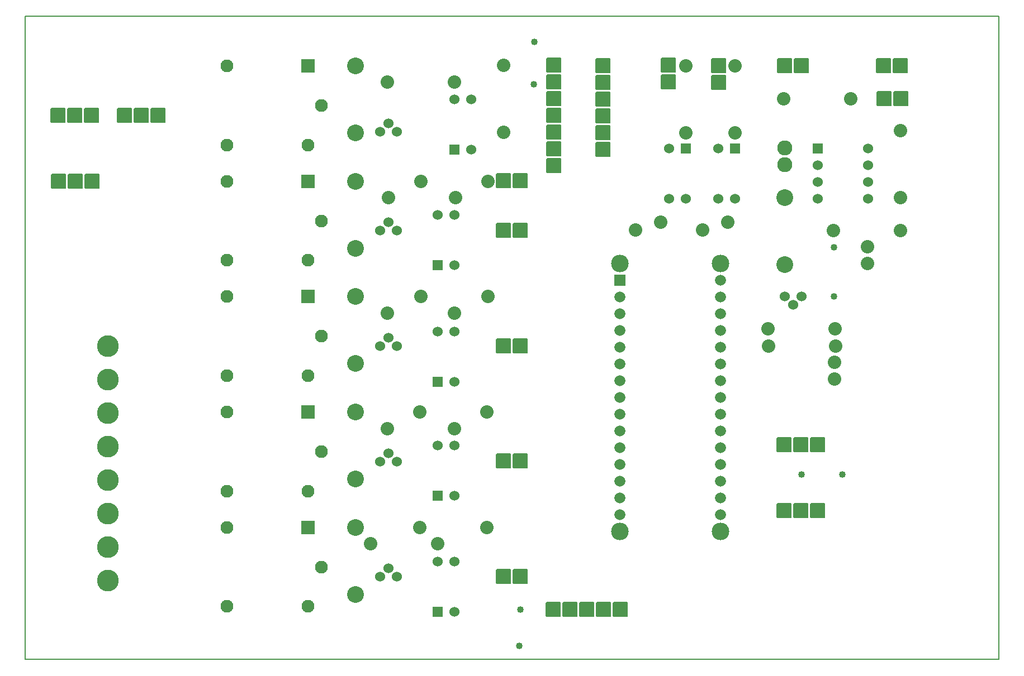
<source format=gbr>
G04 PROTEUS GERBER X2 FILE*
%TF.GenerationSoftware,Labcenter,Proteus,8.11-SP0-Build30052*%
%TF.CreationDate,2022-11-07T16:30:26+00:00*%
%TF.FileFunction,Soldermask,Bot*%
%TF.FilePolarity,Negative*%
%TF.Part,Single*%
%TF.SameCoordinates,{2811b8d5-d4f7-46d7-8bd2-63344e37ddfc}*%
%FSLAX45Y45*%
%MOMM*%
G01*
%TA.AperFunction,Material*%
%ADD29C,1.016000*%
%AMPPAD022*
4,1,4,
-0.830000,0.830000,
0.830000,0.830000,
0.830000,-0.830000,
-0.830000,-0.830000,
-0.830000,0.830000,
0*%
%TA.AperFunction,Material*%
%ADD72PPAD022*%
%ADD73C,1.660000*%
%ADD30C,2.667000*%
%AMPPAD025*
4,1,36,
0.635000,-0.762000,
-0.635000,-0.762000,
-0.660970,-0.759470,
-0.684980,-0.752200,
-0.706580,-0.740650,
-0.725290,-0.725290,
-0.740650,-0.706570,
-0.752200,-0.684980,
-0.759470,-0.660970,
-0.762000,-0.635000,
-0.762000,0.635000,
-0.759470,0.660970,
-0.752200,0.684980,
-0.740650,0.706570,
-0.725290,0.725290,
-0.706580,0.740650,
-0.684980,0.752200,
-0.660970,0.759470,
-0.635000,0.762000,
0.635000,0.762000,
0.660970,0.759470,
0.684980,0.752200,
0.706580,0.740650,
0.725290,0.725290,
0.740650,0.706570,
0.752200,0.684980,
0.759470,0.660970,
0.762000,0.635000,
0.762000,-0.635000,
0.759470,-0.660970,
0.752200,-0.684980,
0.740650,-0.706570,
0.725290,-0.725290,
0.706580,-0.740650,
0.684980,-0.752200,
0.660970,-0.759470,
0.635000,-0.762000,
0*%
%TA.AperFunction,Material*%
%ADD31PPAD025*%
%ADD32C,1.524000*%
%TA.AperFunction,Material*%
%ADD33C,2.032000*%
%AMPPAD028*
4,1,36,
0.762000,0.635000,
0.762000,-0.635000,
0.759470,-0.660970,
0.752200,-0.684980,
0.740650,-0.706580,
0.725290,-0.725290,
0.706570,-0.740650,
0.684980,-0.752200,
0.660970,-0.759470,
0.635000,-0.762000,
-0.635000,-0.762000,
-0.660970,-0.759470,
-0.684980,-0.752200,
-0.706570,-0.740650,
-0.725290,-0.725290,
-0.740650,-0.706580,
-0.752200,-0.684980,
-0.759470,-0.660970,
-0.762000,-0.635000,
-0.762000,0.635000,
-0.759470,0.660970,
-0.752200,0.684980,
-0.740650,0.706580,
-0.725290,0.725290,
-0.706570,0.740650,
-0.684980,0.752200,
-0.660970,0.759470,
-0.635000,0.762000,
0.635000,0.762000,
0.660970,0.759470,
0.684980,0.752200,
0.706570,0.740650,
0.725290,0.725290,
0.740650,0.706580,
0.752200,0.684980,
0.759470,0.660970,
0.762000,0.635000,
0*%
%TA.AperFunction,Material*%
%ADD34PPAD028*%
%AMPPAD029*
4,1,36,
1.143000,1.016000,
1.143000,-1.016000,
1.140470,-1.041970,
1.133200,-1.065980,
1.121650,-1.087580,
1.106290,-1.106290,
1.087570,-1.121650,
1.065980,-1.133200,
1.041970,-1.140470,
1.016000,-1.143000,
-1.016000,-1.143000,
-1.041970,-1.140470,
-1.065980,-1.133200,
-1.087570,-1.121650,
-1.106290,-1.106290,
-1.121650,-1.087580,
-1.133200,-1.065980,
-1.140470,-1.041970,
-1.143000,-1.016000,
-1.143000,1.016000,
-1.140470,1.041970,
-1.133200,1.065980,
-1.121650,1.087580,
-1.106290,1.106290,
-1.087570,1.121650,
-1.065980,1.133200,
-1.041970,1.140470,
-1.016000,1.143000,
1.016000,1.143000,
1.041970,1.140470,
1.065980,1.133200,
1.087570,1.121650,
1.106290,1.106290,
1.121650,1.087580,
1.133200,1.065980,
1.140470,1.041970,
1.143000,1.016000,
0*%
%TA.AperFunction,Material*%
%ADD35PPAD029*%
%TA.AperFunction,Material*%
%ADD36C,2.286000*%
%ADD37C,2.540000*%
%AMPPAD032*
4,1,36,
-1.016000,1.143000,
1.016000,1.143000,
1.041970,1.140470,
1.065980,1.133200,
1.087580,1.121650,
1.106290,1.106290,
1.121650,1.087570,
1.133200,1.065980,
1.140470,1.041970,
1.143000,1.016000,
1.143000,-1.016000,
1.140470,-1.041970,
1.133200,-1.065980,
1.121650,-1.087570,
1.106290,-1.106290,
1.087580,-1.121650,
1.065980,-1.133200,
1.041970,-1.140470,
1.016000,-1.143000,
-1.016000,-1.143000,
-1.041970,-1.140470,
-1.065980,-1.133200,
-1.087580,-1.121650,
-1.106290,-1.106290,
-1.121650,-1.087570,
-1.133200,-1.065980,
-1.140470,-1.041970,
-1.143000,-1.016000,
-1.143000,1.016000,
-1.140470,1.041970,
-1.133200,1.065980,
-1.121650,1.087570,
-1.106290,1.106290,
-1.087580,1.121650,
-1.065980,1.133200,
-1.041970,1.140470,
-1.016000,1.143000,
0*%
%TA.AperFunction,Material*%
%ADD38PPAD032*%
%AMPPAD033*
4,1,4,
0.975000,-0.975000,
-0.975000,-0.975000,
-0.975000,0.975000,
0.975000,0.975000,
0.975000,-0.975000,
0*%
%TA.AperFunction,Material*%
%ADD39PPAD033*%
%ADD40C,1.950000*%
%TA.AperFunction,Material*%
%ADD41C,3.302000*%
%TA.AperFunction,Profile*%
%ADD26C,0.203200*%
%TD.AperFunction*%
D29*
X+2500000Y+3000000D03*
X+2500000Y+2250000D03*
X+2010355Y-450845D03*
X+2625600Y-445200D03*
X-2037198Y+6110185D03*
X-2045926Y+5473003D03*
X-2250000Y-2500000D03*
X-2266080Y-3046761D03*
D72*
X-742000Y+2500000D03*
D73*
X-742000Y+2246000D03*
X-742000Y+1992000D03*
X-742000Y+1738000D03*
X-742000Y+1484000D03*
X-742000Y+1230000D03*
X-742000Y+976000D03*
X-742000Y+722000D03*
X-742000Y+468000D03*
X-742000Y+214000D03*
X-742000Y-40000D03*
X-742000Y-294000D03*
X-742000Y-548000D03*
X-742000Y-802000D03*
X-742000Y-1056000D03*
X+782000Y+2500000D03*
X+782000Y+2246000D03*
X+782000Y+1992000D03*
X+782000Y+1738000D03*
X+782000Y+1484000D03*
X+782000Y+1230000D03*
X+782000Y+976000D03*
X+782000Y+722000D03*
X+782000Y+468000D03*
X+782000Y+214000D03*
X+782000Y-40000D03*
X+782000Y-294000D03*
X+782000Y-548000D03*
X+782000Y-802000D03*
X+782000Y-1056000D03*
D30*
X-742000Y+2754000D03*
X-742000Y-1310000D03*
X+782000Y-1310000D03*
X+782000Y+2754000D03*
D31*
X+258000Y+4500000D03*
D32*
X+4000Y+4500000D03*
X+4000Y+3738000D03*
X+258000Y+3738000D03*
D31*
X+1008000Y+4500000D03*
D32*
X+754000Y+4500000D03*
X+754000Y+3738000D03*
X+1008000Y+3738000D03*
D33*
X+258000Y+5750000D03*
X+258000Y+4734000D03*
X-121000Y+3379000D03*
X+895000Y+3379000D03*
X-500000Y+3258000D03*
X+516000Y+3258000D03*
X+1008000Y+5750000D03*
X+1008000Y+4734000D03*
D34*
X+2258000Y+4500000D03*
D32*
X+2258000Y+4246000D03*
X+2258000Y+3992000D03*
X+2258000Y+3738000D03*
X+3020000Y+3738000D03*
X+3020000Y+3992000D03*
X+3020000Y+4246000D03*
X+3020000Y+4500000D03*
D35*
X-992000Y+5750000D03*
X-992000Y+5496000D03*
X-992000Y+5242000D03*
X-992000Y+4988000D03*
X-992000Y+4734000D03*
X-992000Y+4480000D03*
X-1742000Y+5758000D03*
X-1742000Y+5504000D03*
X-1742000Y+5250000D03*
X-1742000Y+4996000D03*
X-1742000Y+4742000D03*
X-1742000Y+4488000D03*
X-1742000Y+4234000D03*
D33*
X+3508000Y+3750000D03*
X+3508000Y+4766000D03*
X+2492000Y+3250000D03*
X+3508000Y+3250000D03*
D36*
X+1758000Y+4250000D03*
X+1758000Y+4504000D03*
D33*
X+3008000Y+2750000D03*
X+3008000Y+3004000D03*
D37*
X+1758000Y+2734000D03*
X+1758000Y+3750000D03*
D32*
X+1754000Y+2250000D03*
X+1881000Y+2123000D03*
X+2008000Y+2250000D03*
D33*
X+1500000Y+1758000D03*
X+2516000Y+1758000D03*
X+1508000Y+1500000D03*
X+2524000Y+1500000D03*
X+2508000Y+1254000D03*
X+2508000Y+1000000D03*
D38*
X+1746000Y+0D03*
X+2000000Y+0D03*
X+2254000Y+0D03*
D35*
X+0Y+5754000D03*
X+0Y+5500000D03*
D38*
X+1758000Y+5750000D03*
X+2012000Y+5750000D03*
D39*
X-5462000Y+5750000D03*
D40*
X-6692000Y+5750000D03*
X-6692000Y+4550000D03*
X-5462000Y+4550000D03*
X-5262000Y+5150000D03*
D39*
X-5462000Y+4000000D03*
D40*
X-6692000Y+4000000D03*
X-6692000Y+2800000D03*
X-5462000Y+2800000D03*
X-5262000Y+3400000D03*
D39*
X-5462000Y+2250000D03*
D40*
X-6692000Y+2250000D03*
X-6692000Y+1050000D03*
X-5462000Y+1050000D03*
X-5262000Y+1650000D03*
D39*
X-5462000Y+500000D03*
D40*
X-6692000Y+500000D03*
X-6692000Y-700000D03*
X-5462000Y-700000D03*
X-5262000Y-100000D03*
D39*
X-5462000Y-1250000D03*
D40*
X-6692000Y-1250000D03*
X-6692000Y-2450000D03*
X-5462000Y-2450000D03*
X-5262000Y-1850000D03*
D31*
X-3250000Y+4480000D03*
D32*
X-2996000Y+4480000D03*
X-2996000Y+5242000D03*
X-3250000Y+5242000D03*
D31*
X-3500000Y+2730000D03*
D32*
X-3246000Y+2730000D03*
X-3246000Y+3492000D03*
X-3500000Y+3492000D03*
D31*
X-3496000Y+960000D03*
D32*
X-3242000Y+960000D03*
X-3242000Y+1722000D03*
X-3496000Y+1722000D03*
D31*
X-3500000Y-770000D03*
D32*
X-3246000Y-770000D03*
X-3246000Y-8000D03*
X-3500000Y-8000D03*
D31*
X-3500000Y-2528000D03*
D32*
X-3246000Y-2528000D03*
X-3246000Y-1766000D03*
X-3500000Y-1766000D03*
D33*
X-2500000Y+5758000D03*
X-2500000Y+4742000D03*
X-3758000Y+4000000D03*
X-2742000Y+4000000D03*
X-3758000Y+2250000D03*
X-2742000Y+2250000D03*
X-3774000Y+500000D03*
X-2758000Y+500000D03*
X-3774000Y-1250000D03*
X-2758000Y-1250000D03*
D37*
X-4742000Y+4734000D03*
X-4742000Y+5750000D03*
X-4742000Y+2984000D03*
X-4742000Y+4000000D03*
X-4742000Y+1234000D03*
X-4742000Y+2250000D03*
X-4742000Y-516000D03*
X-4742000Y+500000D03*
X-4742000Y-2266000D03*
X-4742000Y-1250000D03*
D38*
X-2500000Y+4008000D03*
X-2246000Y+4008000D03*
X-2504000Y+3250000D03*
X-2250000Y+3250000D03*
X-2504000Y+1500000D03*
X-2250000Y+1500000D03*
X-2500000Y-242000D03*
X-2246000Y-242000D03*
X-2504000Y-2000000D03*
X-2250000Y-2000000D03*
X+3508000Y+5750000D03*
X+3254000Y+5750000D03*
X+3516000Y+5250000D03*
X+3262000Y+5250000D03*
D33*
X+2758000Y+5250000D03*
X+1742000Y+5250000D03*
D35*
X+758000Y+5492000D03*
X+758000Y+5746000D03*
D33*
X-3250000Y+5508000D03*
X-4266000Y+5508000D03*
D32*
X-4115000Y+3250000D03*
X-4242000Y+3377000D03*
X-4369000Y+3250000D03*
D33*
X-3226000Y+3750000D03*
X-4242000Y+3750000D03*
D32*
X-4115000Y+1500000D03*
X-4242000Y+1627000D03*
X-4369000Y+1500000D03*
D33*
X-3242000Y+2000000D03*
X-4258000Y+2000000D03*
D32*
X-4115000Y-250000D03*
X-4242000Y-123000D03*
X-4369000Y-250000D03*
D33*
X-3242000Y+250000D03*
X-4258000Y+250000D03*
D32*
X-4115000Y-2000000D03*
X-4242000Y-1873000D03*
X-4369000Y-2000000D03*
D33*
X-3500000Y-1500000D03*
X-4516000Y-1500000D03*
D38*
X-9242000Y+4000000D03*
X-8988000Y+4000000D03*
X-8734000Y+4000000D03*
X-7734000Y+5000000D03*
X-7988000Y+5000000D03*
X-8242000Y+5000000D03*
X+1746000Y-1000000D03*
X+2000000Y-1000000D03*
X+2254000Y-1000000D03*
D41*
X-8492000Y+1500000D03*
X-8492000Y+992000D03*
X-8492000Y+484000D03*
X-8492000Y-24000D03*
X-8492000Y-532000D03*
X-8492000Y-1040000D03*
X-8492000Y-1548000D03*
X-8492000Y-2056000D03*
D38*
X-9246000Y+5000000D03*
X-8992000Y+5000000D03*
X-8738000Y+5000000D03*
D32*
X-4115000Y+4750000D03*
X-4242000Y+4877000D03*
X-4369000Y+4750000D03*
D38*
X-1750000Y-2500000D03*
X-1496000Y-2500000D03*
X-1242000Y-2500000D03*
X-988000Y-2500000D03*
X-734000Y-2500000D03*
D26*
X-9750000Y-3250000D02*
X+5000000Y-3250000D01*
X+5000000Y+6500000D01*
X-9750000Y+6500000D01*
X-9750000Y-3250000D01*
M02*

</source>
